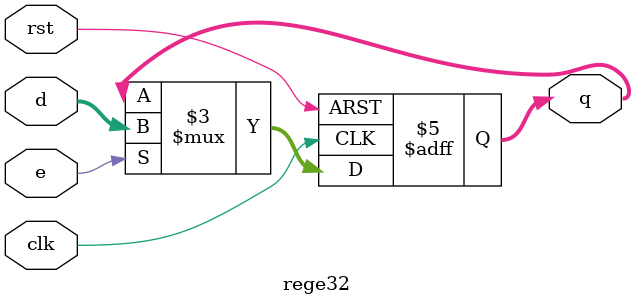
<source format=v>
module rege32 (d,clk,rst,e,q);
    input [31:0] d;    // 32Î»Êý¾ÝÊäÈë
    input e;           // Ê¹ÄÜÐÅºÅ
    input clk, rst;    // Ê±ÖÓ¡¢¸´Î»ÐÅºÅ
    output reg [31:0] q; // Êä³ö
    //Ê±ÖÓÉÏÉýÑØ»ò¸´Î»ÏÂ½µÑØ
    always @(negedge rst or posedge clk)
        if (!rst)  q <= 0; //¸´Î»
        else if (e) q <= d; //Èç¹ûÊ¹ÄÜÐÅºÅÎª1£¬q=d
endmodule

</source>
